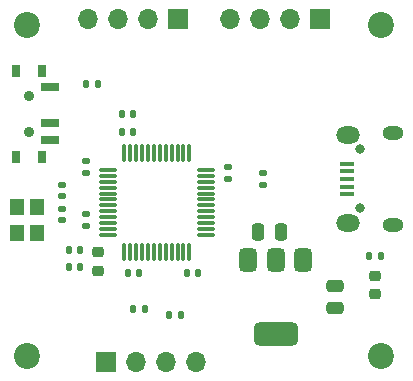
<source format=gbr>
%TF.GenerationSoftware,KiCad,Pcbnew,8.0.3*%
%TF.CreationDate,2024-07-09T00:13:46+05:30*%
%TF.ProjectId,STM32 PCB DESIGN,53544d33-3220-4504-9342-204445534947,rev?*%
%TF.SameCoordinates,Original*%
%TF.FileFunction,Soldermask,Top*%
%TF.FilePolarity,Negative*%
%FSLAX46Y46*%
G04 Gerber Fmt 4.6, Leading zero omitted, Abs format (unit mm)*
G04 Created by KiCad (PCBNEW 8.0.3) date 2024-07-09 00:13:46*
%MOMM*%
%LPD*%
G01*
G04 APERTURE LIST*
G04 Aperture macros list*
%AMRoundRect*
0 Rectangle with rounded corners*
0 $1 Rounding radius*
0 $2 $3 $4 $5 $6 $7 $8 $9 X,Y pos of 4 corners*
0 Add a 4 corners polygon primitive as box body*
4,1,4,$2,$3,$4,$5,$6,$7,$8,$9,$2,$3,0*
0 Add four circle primitives for the rounded corners*
1,1,$1+$1,$2,$3*
1,1,$1+$1,$4,$5*
1,1,$1+$1,$6,$7*
1,1,$1+$1,$8,$9*
0 Add four rect primitives between the rounded corners*
20,1,$1+$1,$2,$3,$4,$5,0*
20,1,$1+$1,$4,$5,$6,$7,0*
20,1,$1+$1,$6,$7,$8,$9,0*
20,1,$1+$1,$8,$9,$2,$3,0*%
G04 Aperture macros list end*
%ADD10RoundRect,0.135000X0.135000X0.185000X-0.135000X0.185000X-0.135000X-0.185000X0.135000X-0.185000X0*%
%ADD11RoundRect,0.140000X0.140000X0.170000X-0.140000X0.170000X-0.140000X-0.170000X0.140000X-0.170000X0*%
%ADD12RoundRect,0.140000X-0.170000X0.140000X-0.170000X-0.140000X0.170000X-0.140000X0.170000X0.140000X0*%
%ADD13RoundRect,0.140000X0.170000X-0.140000X0.170000X0.140000X-0.170000X0.140000X-0.170000X-0.140000X0*%
%ADD14RoundRect,0.140000X-0.140000X-0.170000X0.140000X-0.170000X0.140000X0.170000X-0.140000X0.170000X0*%
%ADD15R,1.700000X1.700000*%
%ADD16O,1.700000X1.700000*%
%ADD17RoundRect,0.135000X-0.135000X-0.185000X0.135000X-0.185000X0.135000X0.185000X-0.135000X0.185000X0*%
%ADD18C,2.200000*%
%ADD19RoundRect,0.375000X-0.375000X0.625000X-0.375000X-0.625000X0.375000X-0.625000X0.375000X0.625000X0*%
%ADD20RoundRect,0.500000X-1.400000X0.500000X-1.400000X-0.500000X1.400000X-0.500000X1.400000X0.500000X0*%
%ADD21RoundRect,0.218750X-0.256250X0.218750X-0.256250X-0.218750X0.256250X-0.218750X0.256250X0.218750X0*%
%ADD22RoundRect,0.250000X-0.250000X-0.475000X0.250000X-0.475000X0.250000X0.475000X-0.250000X0.475000X0*%
%ADD23O,0.800000X0.800000*%
%ADD24R,1.300000X0.450000*%
%ADD25O,1.800000X1.150000*%
%ADD26O,2.000000X1.450000*%
%ADD27RoundRect,0.075000X-0.662500X-0.075000X0.662500X-0.075000X0.662500X0.075000X-0.662500X0.075000X0*%
%ADD28RoundRect,0.075000X-0.075000X-0.662500X0.075000X-0.662500X0.075000X0.662500X-0.075000X0.662500X0*%
%ADD29RoundRect,0.250000X0.475000X-0.250000X0.475000X0.250000X-0.475000X0.250000X-0.475000X-0.250000X0*%
%ADD30R,0.800000X1.000000*%
%ADD31C,0.900000*%
%ADD32R,1.500000X0.700000*%
%ADD33R,1.200000X1.400000*%
%ADD34RoundRect,0.135000X-0.185000X0.135000X-0.185000X-0.135000X0.185000X-0.135000X0.185000X0.135000X0*%
G04 APERTURE END LIST*
D10*
%TO.C,R4*%
X115010000Y-63500000D03*
X113990000Y-63500000D03*
%TD*%
D11*
%TO.C,C8*%
X109480000Y-60000000D03*
X108520000Y-60000000D03*
%TD*%
D12*
%TO.C,C2*%
X122000000Y-51520000D03*
X122000000Y-52480000D03*
%TD*%
D13*
%TO.C,C4*%
X110000000Y-51980000D03*
X110000000Y-51020000D03*
%TD*%
D14*
%TO.C,C5*%
X113020000Y-47000000D03*
X113980000Y-47000000D03*
%TD*%
D15*
%TO.C,J4*%
X111700000Y-68000000D03*
D16*
X114240000Y-68000000D03*
X116780000Y-68000000D03*
X119320000Y-68000000D03*
%TD*%
D13*
%TO.C,C10*%
X108000000Y-53980000D03*
X108000000Y-53020000D03*
%TD*%
D17*
%TO.C,R5*%
X116990000Y-64000000D03*
X118010000Y-64000000D03*
%TD*%
D14*
%TO.C,C1*%
X113020000Y-48500000D03*
X113980000Y-48500000D03*
%TD*%
D18*
%TO.C,H3*%
X135000000Y-39500000D03*
%TD*%
%TO.C,H1*%
X135000000Y-67500000D03*
%TD*%
D10*
%TO.C,R3*%
X135010000Y-59000000D03*
X133990000Y-59000000D03*
%TD*%
D19*
%TO.C,U2*%
X128350000Y-59350000D03*
X126050000Y-59350000D03*
D20*
X126050000Y-65650000D03*
D19*
X123750000Y-59350000D03*
%TD*%
D11*
%TO.C,C7*%
X109480000Y-58500000D03*
X108520000Y-58500000D03*
%TD*%
D18*
%TO.C,H4*%
X105000000Y-39500000D03*
%TD*%
D11*
%TO.C,C3*%
X119480000Y-60500000D03*
X118520000Y-60500000D03*
%TD*%
D21*
%TO.C,FB1*%
X111000000Y-58712500D03*
X111000000Y-60287500D03*
%TD*%
D18*
%TO.C,H2*%
X105000000Y-67500000D03*
%TD*%
D22*
%TO.C,C12*%
X124600000Y-57000000D03*
X126500000Y-57000000D03*
%TD*%
D23*
%TO.C,J1*%
X133200000Y-55005000D03*
X133200000Y-50005000D03*
D24*
X132100000Y-53805000D03*
X132100000Y-53155000D03*
X132100000Y-52505000D03*
X132100000Y-51855000D03*
X132100000Y-51205000D03*
D25*
X135950000Y-56380000D03*
D26*
X132150000Y-56230000D03*
X132150000Y-48780000D03*
D25*
X135950000Y-48630000D03*
%TD*%
D13*
%TO.C,C6*%
X110000000Y-56480000D03*
X110000000Y-55520000D03*
%TD*%
D15*
%TO.C,J3*%
X117800000Y-39000000D03*
D16*
X115260000Y-39000000D03*
X112720000Y-39000000D03*
X110180000Y-39000000D03*
%TD*%
D13*
%TO.C,C11*%
X108000000Y-55980000D03*
X108000000Y-55020000D03*
%TD*%
D27*
%TO.C,U1*%
X111837500Y-51750000D03*
X111837500Y-52250000D03*
X111837500Y-52750000D03*
X111837500Y-53250000D03*
X111837500Y-53750000D03*
X111837500Y-54250000D03*
X111837500Y-54750000D03*
X111837500Y-55250000D03*
X111837500Y-55750000D03*
X111837500Y-56250000D03*
X111837500Y-56750000D03*
X111837500Y-57250000D03*
D28*
X113250000Y-58662500D03*
X113750000Y-58662500D03*
X114250000Y-58662500D03*
X114750000Y-58662500D03*
X115250000Y-58662500D03*
X115750000Y-58662500D03*
X116250000Y-58662500D03*
X116750000Y-58662500D03*
X117250000Y-58662500D03*
X117750000Y-58662500D03*
X118250000Y-58662500D03*
X118750000Y-58662500D03*
D27*
X120162500Y-57250000D03*
X120162500Y-56750000D03*
X120162500Y-56250000D03*
X120162500Y-55750000D03*
X120162500Y-55250000D03*
X120162500Y-54750000D03*
X120162500Y-54250000D03*
X120162500Y-53750000D03*
X120162500Y-53250000D03*
X120162500Y-52750000D03*
X120162500Y-52250000D03*
X120162500Y-51750000D03*
D28*
X118750000Y-50337500D03*
X118250000Y-50337500D03*
X117750000Y-50337500D03*
X117250000Y-50337500D03*
X116750000Y-50337500D03*
X116250000Y-50337500D03*
X115750000Y-50337500D03*
X115250000Y-50337500D03*
X114750000Y-50337500D03*
X114250000Y-50337500D03*
X113750000Y-50337500D03*
X113250000Y-50337500D03*
%TD*%
D14*
%TO.C,C9*%
X113520000Y-60500000D03*
X114480000Y-60500000D03*
%TD*%
D29*
%TO.C,C13*%
X131050000Y-63450000D03*
X131050000Y-61550000D03*
%TD*%
D30*
%TO.C,SW1*%
X106280000Y-43350000D03*
X104070000Y-43350000D03*
D31*
X105170000Y-45500000D03*
X105170000Y-48500000D03*
D30*
X106280000Y-50650000D03*
X104070000Y-50650000D03*
D32*
X106930000Y-44750000D03*
X106930000Y-47750000D03*
X106930000Y-49250000D03*
%TD*%
D17*
%TO.C,R1*%
X109990000Y-44500000D03*
X111010000Y-44500000D03*
%TD*%
D15*
%TO.C,J2*%
X129800000Y-39000000D03*
D16*
X127260000Y-39000000D03*
X124720000Y-39000000D03*
X122180000Y-39000000D03*
%TD*%
D21*
%TO.C,D1*%
X134500000Y-60712500D03*
X134500000Y-62287500D03*
%TD*%
D33*
%TO.C,Y1*%
X104150000Y-54900000D03*
X104150000Y-57100000D03*
X105850000Y-57100000D03*
X105850000Y-54900000D03*
%TD*%
D34*
%TO.C,R2*%
X125000000Y-51990000D03*
X125000000Y-53010000D03*
%TD*%
M02*

</source>
